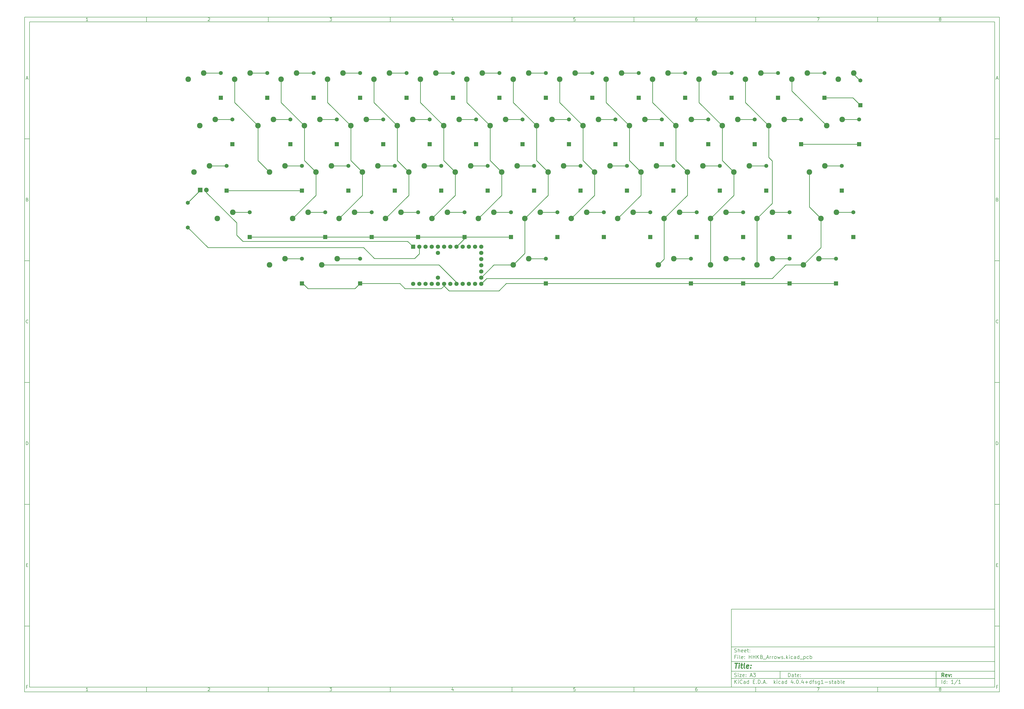
<source format=gbr>
G04 #@! TF.FileFunction,Copper,L1,Top,Signal*
%FSLAX46Y46*%
G04 Gerber Fmt 4.6, Leading zero omitted, Abs format (unit mm)*
G04 Created by KiCad (PCBNEW 4.0.4+dfsg1-stable) date Tue Nov  8 21:14:36 2016*
%MOMM*%
%LPD*%
G01*
G04 APERTURE LIST*
%ADD10C,0.100000*%
%ADD11C,0.150000*%
%ADD12C,0.300000*%
%ADD13C,0.400000*%
%ADD14C,2.286000*%
%ADD15C,1.651000*%
%ADD16R,1.651000X1.651000*%
%ADD17R,1.752600X1.752600*%
%ADD18C,1.752600*%
%ADD19C,1.905000*%
%ADD20R,1.905000X1.905000*%
%ADD21C,0.250000*%
G04 APERTURE END LIST*
D10*
D11*
X299989000Y-253002200D02*
X299989000Y-285002200D01*
X407989000Y-285002200D01*
X407989000Y-253002200D01*
X299989000Y-253002200D01*
D10*
D11*
X10000000Y-10000000D02*
X10000000Y-287002200D01*
X409989000Y-287002200D01*
X409989000Y-10000000D01*
X10000000Y-10000000D01*
D10*
D11*
X12000000Y-12000000D02*
X12000000Y-285002200D01*
X407989000Y-285002200D01*
X407989000Y-12000000D01*
X12000000Y-12000000D01*
D10*
D11*
X60000000Y-12000000D02*
X60000000Y-10000000D01*
D10*
D11*
X110000000Y-12000000D02*
X110000000Y-10000000D01*
D10*
D11*
X160000000Y-12000000D02*
X160000000Y-10000000D01*
D10*
D11*
X210000000Y-12000000D02*
X210000000Y-10000000D01*
D10*
D11*
X260000000Y-12000000D02*
X260000000Y-10000000D01*
D10*
D11*
X310000000Y-12000000D02*
X310000000Y-10000000D01*
D10*
D11*
X360000000Y-12000000D02*
X360000000Y-10000000D01*
D10*
D11*
X35990476Y-11588095D02*
X35247619Y-11588095D01*
X35619048Y-11588095D02*
X35619048Y-10288095D01*
X35495238Y-10473810D01*
X35371429Y-10597619D01*
X35247619Y-10659524D01*
D10*
D11*
X85247619Y-10411905D02*
X85309524Y-10350000D01*
X85433333Y-10288095D01*
X85742857Y-10288095D01*
X85866667Y-10350000D01*
X85928571Y-10411905D01*
X85990476Y-10535714D01*
X85990476Y-10659524D01*
X85928571Y-10845238D01*
X85185714Y-11588095D01*
X85990476Y-11588095D01*
D10*
D11*
X135185714Y-10288095D02*
X135990476Y-10288095D01*
X135557143Y-10783333D01*
X135742857Y-10783333D01*
X135866667Y-10845238D01*
X135928571Y-10907143D01*
X135990476Y-11030952D01*
X135990476Y-11340476D01*
X135928571Y-11464286D01*
X135866667Y-11526190D01*
X135742857Y-11588095D01*
X135371429Y-11588095D01*
X135247619Y-11526190D01*
X135185714Y-11464286D01*
D10*
D11*
X185866667Y-10721429D02*
X185866667Y-11588095D01*
X185557143Y-10226190D02*
X185247619Y-11154762D01*
X186052381Y-11154762D01*
D10*
D11*
X235928571Y-10288095D02*
X235309524Y-10288095D01*
X235247619Y-10907143D01*
X235309524Y-10845238D01*
X235433333Y-10783333D01*
X235742857Y-10783333D01*
X235866667Y-10845238D01*
X235928571Y-10907143D01*
X235990476Y-11030952D01*
X235990476Y-11340476D01*
X235928571Y-11464286D01*
X235866667Y-11526190D01*
X235742857Y-11588095D01*
X235433333Y-11588095D01*
X235309524Y-11526190D01*
X235247619Y-11464286D01*
D10*
D11*
X285866667Y-10288095D02*
X285619048Y-10288095D01*
X285495238Y-10350000D01*
X285433333Y-10411905D01*
X285309524Y-10597619D01*
X285247619Y-10845238D01*
X285247619Y-11340476D01*
X285309524Y-11464286D01*
X285371429Y-11526190D01*
X285495238Y-11588095D01*
X285742857Y-11588095D01*
X285866667Y-11526190D01*
X285928571Y-11464286D01*
X285990476Y-11340476D01*
X285990476Y-11030952D01*
X285928571Y-10907143D01*
X285866667Y-10845238D01*
X285742857Y-10783333D01*
X285495238Y-10783333D01*
X285371429Y-10845238D01*
X285309524Y-10907143D01*
X285247619Y-11030952D01*
D10*
D11*
X335185714Y-10288095D02*
X336052381Y-10288095D01*
X335495238Y-11588095D01*
D10*
D11*
X385495238Y-10845238D02*
X385371429Y-10783333D01*
X385309524Y-10721429D01*
X385247619Y-10597619D01*
X385247619Y-10535714D01*
X385309524Y-10411905D01*
X385371429Y-10350000D01*
X385495238Y-10288095D01*
X385742857Y-10288095D01*
X385866667Y-10350000D01*
X385928571Y-10411905D01*
X385990476Y-10535714D01*
X385990476Y-10597619D01*
X385928571Y-10721429D01*
X385866667Y-10783333D01*
X385742857Y-10845238D01*
X385495238Y-10845238D01*
X385371429Y-10907143D01*
X385309524Y-10969048D01*
X385247619Y-11092857D01*
X385247619Y-11340476D01*
X385309524Y-11464286D01*
X385371429Y-11526190D01*
X385495238Y-11588095D01*
X385742857Y-11588095D01*
X385866667Y-11526190D01*
X385928571Y-11464286D01*
X385990476Y-11340476D01*
X385990476Y-11092857D01*
X385928571Y-10969048D01*
X385866667Y-10907143D01*
X385742857Y-10845238D01*
D10*
D11*
X60000000Y-285002200D02*
X60000000Y-287002200D01*
D10*
D11*
X110000000Y-285002200D02*
X110000000Y-287002200D01*
D10*
D11*
X160000000Y-285002200D02*
X160000000Y-287002200D01*
D10*
D11*
X210000000Y-285002200D02*
X210000000Y-287002200D01*
D10*
D11*
X260000000Y-285002200D02*
X260000000Y-287002200D01*
D10*
D11*
X310000000Y-285002200D02*
X310000000Y-287002200D01*
D10*
D11*
X360000000Y-285002200D02*
X360000000Y-287002200D01*
D10*
D11*
X35990476Y-286590295D02*
X35247619Y-286590295D01*
X35619048Y-286590295D02*
X35619048Y-285290295D01*
X35495238Y-285476010D01*
X35371429Y-285599819D01*
X35247619Y-285661724D01*
D10*
D11*
X85247619Y-285414105D02*
X85309524Y-285352200D01*
X85433333Y-285290295D01*
X85742857Y-285290295D01*
X85866667Y-285352200D01*
X85928571Y-285414105D01*
X85990476Y-285537914D01*
X85990476Y-285661724D01*
X85928571Y-285847438D01*
X85185714Y-286590295D01*
X85990476Y-286590295D01*
D10*
D11*
X135185714Y-285290295D02*
X135990476Y-285290295D01*
X135557143Y-285785533D01*
X135742857Y-285785533D01*
X135866667Y-285847438D01*
X135928571Y-285909343D01*
X135990476Y-286033152D01*
X135990476Y-286342676D01*
X135928571Y-286466486D01*
X135866667Y-286528390D01*
X135742857Y-286590295D01*
X135371429Y-286590295D01*
X135247619Y-286528390D01*
X135185714Y-286466486D01*
D10*
D11*
X185866667Y-285723629D02*
X185866667Y-286590295D01*
X185557143Y-285228390D02*
X185247619Y-286156962D01*
X186052381Y-286156962D01*
D10*
D11*
X235928571Y-285290295D02*
X235309524Y-285290295D01*
X235247619Y-285909343D01*
X235309524Y-285847438D01*
X235433333Y-285785533D01*
X235742857Y-285785533D01*
X235866667Y-285847438D01*
X235928571Y-285909343D01*
X235990476Y-286033152D01*
X235990476Y-286342676D01*
X235928571Y-286466486D01*
X235866667Y-286528390D01*
X235742857Y-286590295D01*
X235433333Y-286590295D01*
X235309524Y-286528390D01*
X235247619Y-286466486D01*
D10*
D11*
X285866667Y-285290295D02*
X285619048Y-285290295D01*
X285495238Y-285352200D01*
X285433333Y-285414105D01*
X285309524Y-285599819D01*
X285247619Y-285847438D01*
X285247619Y-286342676D01*
X285309524Y-286466486D01*
X285371429Y-286528390D01*
X285495238Y-286590295D01*
X285742857Y-286590295D01*
X285866667Y-286528390D01*
X285928571Y-286466486D01*
X285990476Y-286342676D01*
X285990476Y-286033152D01*
X285928571Y-285909343D01*
X285866667Y-285847438D01*
X285742857Y-285785533D01*
X285495238Y-285785533D01*
X285371429Y-285847438D01*
X285309524Y-285909343D01*
X285247619Y-286033152D01*
D10*
D11*
X335185714Y-285290295D02*
X336052381Y-285290295D01*
X335495238Y-286590295D01*
D10*
D11*
X385495238Y-285847438D02*
X385371429Y-285785533D01*
X385309524Y-285723629D01*
X385247619Y-285599819D01*
X385247619Y-285537914D01*
X385309524Y-285414105D01*
X385371429Y-285352200D01*
X385495238Y-285290295D01*
X385742857Y-285290295D01*
X385866667Y-285352200D01*
X385928571Y-285414105D01*
X385990476Y-285537914D01*
X385990476Y-285599819D01*
X385928571Y-285723629D01*
X385866667Y-285785533D01*
X385742857Y-285847438D01*
X385495238Y-285847438D01*
X385371429Y-285909343D01*
X385309524Y-285971248D01*
X385247619Y-286095057D01*
X385247619Y-286342676D01*
X385309524Y-286466486D01*
X385371429Y-286528390D01*
X385495238Y-286590295D01*
X385742857Y-286590295D01*
X385866667Y-286528390D01*
X385928571Y-286466486D01*
X385990476Y-286342676D01*
X385990476Y-286095057D01*
X385928571Y-285971248D01*
X385866667Y-285909343D01*
X385742857Y-285847438D01*
D10*
D11*
X10000000Y-60000000D02*
X12000000Y-60000000D01*
D10*
D11*
X10000000Y-110000000D02*
X12000000Y-110000000D01*
D10*
D11*
X10000000Y-160000000D02*
X12000000Y-160000000D01*
D10*
D11*
X10000000Y-210000000D02*
X12000000Y-210000000D01*
D10*
D11*
X10000000Y-260000000D02*
X12000000Y-260000000D01*
D10*
D11*
X10690476Y-35216667D02*
X11309524Y-35216667D01*
X10566667Y-35588095D02*
X11000000Y-34288095D01*
X11433333Y-35588095D01*
D10*
D11*
X11092857Y-84907143D02*
X11278571Y-84969048D01*
X11340476Y-85030952D01*
X11402381Y-85154762D01*
X11402381Y-85340476D01*
X11340476Y-85464286D01*
X11278571Y-85526190D01*
X11154762Y-85588095D01*
X10659524Y-85588095D01*
X10659524Y-84288095D01*
X11092857Y-84288095D01*
X11216667Y-84350000D01*
X11278571Y-84411905D01*
X11340476Y-84535714D01*
X11340476Y-84659524D01*
X11278571Y-84783333D01*
X11216667Y-84845238D01*
X11092857Y-84907143D01*
X10659524Y-84907143D01*
D10*
D11*
X11402381Y-135464286D02*
X11340476Y-135526190D01*
X11154762Y-135588095D01*
X11030952Y-135588095D01*
X10845238Y-135526190D01*
X10721429Y-135402381D01*
X10659524Y-135278571D01*
X10597619Y-135030952D01*
X10597619Y-134845238D01*
X10659524Y-134597619D01*
X10721429Y-134473810D01*
X10845238Y-134350000D01*
X11030952Y-134288095D01*
X11154762Y-134288095D01*
X11340476Y-134350000D01*
X11402381Y-134411905D01*
D10*
D11*
X10659524Y-185588095D02*
X10659524Y-184288095D01*
X10969048Y-184288095D01*
X11154762Y-184350000D01*
X11278571Y-184473810D01*
X11340476Y-184597619D01*
X11402381Y-184845238D01*
X11402381Y-185030952D01*
X11340476Y-185278571D01*
X11278571Y-185402381D01*
X11154762Y-185526190D01*
X10969048Y-185588095D01*
X10659524Y-185588095D01*
D10*
D11*
X10721429Y-234907143D02*
X11154762Y-234907143D01*
X11340476Y-235588095D02*
X10721429Y-235588095D01*
X10721429Y-234288095D01*
X11340476Y-234288095D01*
D10*
D11*
X11185714Y-284907143D02*
X10752381Y-284907143D01*
X10752381Y-285588095D02*
X10752381Y-284288095D01*
X11371428Y-284288095D01*
D10*
D11*
X409989000Y-60000000D02*
X407989000Y-60000000D01*
D10*
D11*
X409989000Y-110000000D02*
X407989000Y-110000000D01*
D10*
D11*
X409989000Y-160000000D02*
X407989000Y-160000000D01*
D10*
D11*
X409989000Y-210000000D02*
X407989000Y-210000000D01*
D10*
D11*
X409989000Y-260000000D02*
X407989000Y-260000000D01*
D10*
D11*
X408679476Y-35216667D02*
X409298524Y-35216667D01*
X408555667Y-35588095D02*
X408989000Y-34288095D01*
X409422333Y-35588095D01*
D10*
D11*
X409081857Y-84907143D02*
X409267571Y-84969048D01*
X409329476Y-85030952D01*
X409391381Y-85154762D01*
X409391381Y-85340476D01*
X409329476Y-85464286D01*
X409267571Y-85526190D01*
X409143762Y-85588095D01*
X408648524Y-85588095D01*
X408648524Y-84288095D01*
X409081857Y-84288095D01*
X409205667Y-84350000D01*
X409267571Y-84411905D01*
X409329476Y-84535714D01*
X409329476Y-84659524D01*
X409267571Y-84783333D01*
X409205667Y-84845238D01*
X409081857Y-84907143D01*
X408648524Y-84907143D01*
D10*
D11*
X409391381Y-135464286D02*
X409329476Y-135526190D01*
X409143762Y-135588095D01*
X409019952Y-135588095D01*
X408834238Y-135526190D01*
X408710429Y-135402381D01*
X408648524Y-135278571D01*
X408586619Y-135030952D01*
X408586619Y-134845238D01*
X408648524Y-134597619D01*
X408710429Y-134473810D01*
X408834238Y-134350000D01*
X409019952Y-134288095D01*
X409143762Y-134288095D01*
X409329476Y-134350000D01*
X409391381Y-134411905D01*
D10*
D11*
X408648524Y-185588095D02*
X408648524Y-184288095D01*
X408958048Y-184288095D01*
X409143762Y-184350000D01*
X409267571Y-184473810D01*
X409329476Y-184597619D01*
X409391381Y-184845238D01*
X409391381Y-185030952D01*
X409329476Y-185278571D01*
X409267571Y-185402381D01*
X409143762Y-185526190D01*
X408958048Y-185588095D01*
X408648524Y-185588095D01*
D10*
D11*
X408710429Y-234907143D02*
X409143762Y-234907143D01*
X409329476Y-235588095D02*
X408710429Y-235588095D01*
X408710429Y-234288095D01*
X409329476Y-234288095D01*
D10*
D11*
X409174714Y-284907143D02*
X408741381Y-284907143D01*
X408741381Y-285588095D02*
X408741381Y-284288095D01*
X409360428Y-284288095D01*
D10*
D11*
X323346143Y-280780771D02*
X323346143Y-279280771D01*
X323703286Y-279280771D01*
X323917571Y-279352200D01*
X324060429Y-279495057D01*
X324131857Y-279637914D01*
X324203286Y-279923629D01*
X324203286Y-280137914D01*
X324131857Y-280423629D01*
X324060429Y-280566486D01*
X323917571Y-280709343D01*
X323703286Y-280780771D01*
X323346143Y-280780771D01*
X325489000Y-280780771D02*
X325489000Y-279995057D01*
X325417571Y-279852200D01*
X325274714Y-279780771D01*
X324989000Y-279780771D01*
X324846143Y-279852200D01*
X325489000Y-280709343D02*
X325346143Y-280780771D01*
X324989000Y-280780771D01*
X324846143Y-280709343D01*
X324774714Y-280566486D01*
X324774714Y-280423629D01*
X324846143Y-280280771D01*
X324989000Y-280209343D01*
X325346143Y-280209343D01*
X325489000Y-280137914D01*
X325989000Y-279780771D02*
X326560429Y-279780771D01*
X326203286Y-279280771D02*
X326203286Y-280566486D01*
X326274714Y-280709343D01*
X326417572Y-280780771D01*
X326560429Y-280780771D01*
X327631857Y-280709343D02*
X327489000Y-280780771D01*
X327203286Y-280780771D01*
X327060429Y-280709343D01*
X326989000Y-280566486D01*
X326989000Y-279995057D01*
X327060429Y-279852200D01*
X327203286Y-279780771D01*
X327489000Y-279780771D01*
X327631857Y-279852200D01*
X327703286Y-279995057D01*
X327703286Y-280137914D01*
X326989000Y-280280771D01*
X328346143Y-280637914D02*
X328417571Y-280709343D01*
X328346143Y-280780771D01*
X328274714Y-280709343D01*
X328346143Y-280637914D01*
X328346143Y-280780771D01*
X328346143Y-279852200D02*
X328417571Y-279923629D01*
X328346143Y-279995057D01*
X328274714Y-279923629D01*
X328346143Y-279852200D01*
X328346143Y-279995057D01*
D10*
D11*
X299989000Y-281502200D02*
X407989000Y-281502200D01*
D10*
D11*
X301346143Y-283580771D02*
X301346143Y-282080771D01*
X302203286Y-283580771D02*
X301560429Y-282723629D01*
X302203286Y-282080771D02*
X301346143Y-282937914D01*
X302846143Y-283580771D02*
X302846143Y-282580771D01*
X302846143Y-282080771D02*
X302774714Y-282152200D01*
X302846143Y-282223629D01*
X302917571Y-282152200D01*
X302846143Y-282080771D01*
X302846143Y-282223629D01*
X304417572Y-283437914D02*
X304346143Y-283509343D01*
X304131857Y-283580771D01*
X303989000Y-283580771D01*
X303774715Y-283509343D01*
X303631857Y-283366486D01*
X303560429Y-283223629D01*
X303489000Y-282937914D01*
X303489000Y-282723629D01*
X303560429Y-282437914D01*
X303631857Y-282295057D01*
X303774715Y-282152200D01*
X303989000Y-282080771D01*
X304131857Y-282080771D01*
X304346143Y-282152200D01*
X304417572Y-282223629D01*
X305703286Y-283580771D02*
X305703286Y-282795057D01*
X305631857Y-282652200D01*
X305489000Y-282580771D01*
X305203286Y-282580771D01*
X305060429Y-282652200D01*
X305703286Y-283509343D02*
X305560429Y-283580771D01*
X305203286Y-283580771D01*
X305060429Y-283509343D01*
X304989000Y-283366486D01*
X304989000Y-283223629D01*
X305060429Y-283080771D01*
X305203286Y-283009343D01*
X305560429Y-283009343D01*
X305703286Y-282937914D01*
X307060429Y-283580771D02*
X307060429Y-282080771D01*
X307060429Y-283509343D02*
X306917572Y-283580771D01*
X306631858Y-283580771D01*
X306489000Y-283509343D01*
X306417572Y-283437914D01*
X306346143Y-283295057D01*
X306346143Y-282866486D01*
X306417572Y-282723629D01*
X306489000Y-282652200D01*
X306631858Y-282580771D01*
X306917572Y-282580771D01*
X307060429Y-282652200D01*
X308917572Y-282795057D02*
X309417572Y-282795057D01*
X309631858Y-283580771D02*
X308917572Y-283580771D01*
X308917572Y-282080771D01*
X309631858Y-282080771D01*
X310274715Y-283437914D02*
X310346143Y-283509343D01*
X310274715Y-283580771D01*
X310203286Y-283509343D01*
X310274715Y-283437914D01*
X310274715Y-283580771D01*
X310989001Y-283580771D02*
X310989001Y-282080771D01*
X311346144Y-282080771D01*
X311560429Y-282152200D01*
X311703287Y-282295057D01*
X311774715Y-282437914D01*
X311846144Y-282723629D01*
X311846144Y-282937914D01*
X311774715Y-283223629D01*
X311703287Y-283366486D01*
X311560429Y-283509343D01*
X311346144Y-283580771D01*
X310989001Y-283580771D01*
X312489001Y-283437914D02*
X312560429Y-283509343D01*
X312489001Y-283580771D01*
X312417572Y-283509343D01*
X312489001Y-283437914D01*
X312489001Y-283580771D01*
X313131858Y-283152200D02*
X313846144Y-283152200D01*
X312989001Y-283580771D02*
X313489001Y-282080771D01*
X313989001Y-283580771D01*
X314489001Y-283437914D02*
X314560429Y-283509343D01*
X314489001Y-283580771D01*
X314417572Y-283509343D01*
X314489001Y-283437914D01*
X314489001Y-283580771D01*
X317489001Y-283580771D02*
X317489001Y-282080771D01*
X317631858Y-283009343D02*
X318060429Y-283580771D01*
X318060429Y-282580771D02*
X317489001Y-283152200D01*
X318703287Y-283580771D02*
X318703287Y-282580771D01*
X318703287Y-282080771D02*
X318631858Y-282152200D01*
X318703287Y-282223629D01*
X318774715Y-282152200D01*
X318703287Y-282080771D01*
X318703287Y-282223629D01*
X320060430Y-283509343D02*
X319917573Y-283580771D01*
X319631859Y-283580771D01*
X319489001Y-283509343D01*
X319417573Y-283437914D01*
X319346144Y-283295057D01*
X319346144Y-282866486D01*
X319417573Y-282723629D01*
X319489001Y-282652200D01*
X319631859Y-282580771D01*
X319917573Y-282580771D01*
X320060430Y-282652200D01*
X321346144Y-283580771D02*
X321346144Y-282795057D01*
X321274715Y-282652200D01*
X321131858Y-282580771D01*
X320846144Y-282580771D01*
X320703287Y-282652200D01*
X321346144Y-283509343D02*
X321203287Y-283580771D01*
X320846144Y-283580771D01*
X320703287Y-283509343D01*
X320631858Y-283366486D01*
X320631858Y-283223629D01*
X320703287Y-283080771D01*
X320846144Y-283009343D01*
X321203287Y-283009343D01*
X321346144Y-282937914D01*
X322703287Y-283580771D02*
X322703287Y-282080771D01*
X322703287Y-283509343D02*
X322560430Y-283580771D01*
X322274716Y-283580771D01*
X322131858Y-283509343D01*
X322060430Y-283437914D01*
X321989001Y-283295057D01*
X321989001Y-282866486D01*
X322060430Y-282723629D01*
X322131858Y-282652200D01*
X322274716Y-282580771D01*
X322560430Y-282580771D01*
X322703287Y-282652200D01*
X325203287Y-282580771D02*
X325203287Y-283580771D01*
X324846144Y-282009343D02*
X324489001Y-283080771D01*
X325417573Y-283080771D01*
X325989001Y-283437914D02*
X326060429Y-283509343D01*
X325989001Y-283580771D01*
X325917572Y-283509343D01*
X325989001Y-283437914D01*
X325989001Y-283580771D01*
X326989001Y-282080771D02*
X327131858Y-282080771D01*
X327274715Y-282152200D01*
X327346144Y-282223629D01*
X327417573Y-282366486D01*
X327489001Y-282652200D01*
X327489001Y-283009343D01*
X327417573Y-283295057D01*
X327346144Y-283437914D01*
X327274715Y-283509343D01*
X327131858Y-283580771D01*
X326989001Y-283580771D01*
X326846144Y-283509343D01*
X326774715Y-283437914D01*
X326703287Y-283295057D01*
X326631858Y-283009343D01*
X326631858Y-282652200D01*
X326703287Y-282366486D01*
X326774715Y-282223629D01*
X326846144Y-282152200D01*
X326989001Y-282080771D01*
X328131858Y-283437914D02*
X328203286Y-283509343D01*
X328131858Y-283580771D01*
X328060429Y-283509343D01*
X328131858Y-283437914D01*
X328131858Y-283580771D01*
X329489001Y-282580771D02*
X329489001Y-283580771D01*
X329131858Y-282009343D02*
X328774715Y-283080771D01*
X329703287Y-283080771D01*
X330274715Y-283009343D02*
X331417572Y-283009343D01*
X330846143Y-283580771D02*
X330846143Y-282437914D01*
X332774715Y-283580771D02*
X332774715Y-282080771D01*
X332774715Y-283509343D02*
X332631858Y-283580771D01*
X332346144Y-283580771D01*
X332203286Y-283509343D01*
X332131858Y-283437914D01*
X332060429Y-283295057D01*
X332060429Y-282866486D01*
X332131858Y-282723629D01*
X332203286Y-282652200D01*
X332346144Y-282580771D01*
X332631858Y-282580771D01*
X332774715Y-282652200D01*
X333274715Y-282580771D02*
X333846144Y-282580771D01*
X333489001Y-283580771D02*
X333489001Y-282295057D01*
X333560429Y-282152200D01*
X333703287Y-282080771D01*
X333846144Y-282080771D01*
X334274715Y-283509343D02*
X334417572Y-283580771D01*
X334703287Y-283580771D01*
X334846144Y-283509343D01*
X334917572Y-283366486D01*
X334917572Y-283295057D01*
X334846144Y-283152200D01*
X334703287Y-283080771D01*
X334489001Y-283080771D01*
X334346144Y-283009343D01*
X334274715Y-282866486D01*
X334274715Y-282795057D01*
X334346144Y-282652200D01*
X334489001Y-282580771D01*
X334703287Y-282580771D01*
X334846144Y-282652200D01*
X336203287Y-282580771D02*
X336203287Y-283795057D01*
X336131858Y-283937914D01*
X336060430Y-284009343D01*
X335917573Y-284080771D01*
X335703287Y-284080771D01*
X335560430Y-284009343D01*
X336203287Y-283509343D02*
X336060430Y-283580771D01*
X335774716Y-283580771D01*
X335631858Y-283509343D01*
X335560430Y-283437914D01*
X335489001Y-283295057D01*
X335489001Y-282866486D01*
X335560430Y-282723629D01*
X335631858Y-282652200D01*
X335774716Y-282580771D01*
X336060430Y-282580771D01*
X336203287Y-282652200D01*
X337703287Y-283580771D02*
X336846144Y-283580771D01*
X337274716Y-283580771D02*
X337274716Y-282080771D01*
X337131859Y-282295057D01*
X336989001Y-282437914D01*
X336846144Y-282509343D01*
X338346144Y-283009343D02*
X339489001Y-283009343D01*
X340131858Y-283509343D02*
X340274715Y-283580771D01*
X340560430Y-283580771D01*
X340703287Y-283509343D01*
X340774715Y-283366486D01*
X340774715Y-283295057D01*
X340703287Y-283152200D01*
X340560430Y-283080771D01*
X340346144Y-283080771D01*
X340203287Y-283009343D01*
X340131858Y-282866486D01*
X340131858Y-282795057D01*
X340203287Y-282652200D01*
X340346144Y-282580771D01*
X340560430Y-282580771D01*
X340703287Y-282652200D01*
X341203287Y-282580771D02*
X341774716Y-282580771D01*
X341417573Y-282080771D02*
X341417573Y-283366486D01*
X341489001Y-283509343D01*
X341631859Y-283580771D01*
X341774716Y-283580771D01*
X342917573Y-283580771D02*
X342917573Y-282795057D01*
X342846144Y-282652200D01*
X342703287Y-282580771D01*
X342417573Y-282580771D01*
X342274716Y-282652200D01*
X342917573Y-283509343D02*
X342774716Y-283580771D01*
X342417573Y-283580771D01*
X342274716Y-283509343D01*
X342203287Y-283366486D01*
X342203287Y-283223629D01*
X342274716Y-283080771D01*
X342417573Y-283009343D01*
X342774716Y-283009343D01*
X342917573Y-282937914D01*
X343631859Y-283580771D02*
X343631859Y-282080771D01*
X343631859Y-282652200D02*
X343774716Y-282580771D01*
X344060430Y-282580771D01*
X344203287Y-282652200D01*
X344274716Y-282723629D01*
X344346145Y-282866486D01*
X344346145Y-283295057D01*
X344274716Y-283437914D01*
X344203287Y-283509343D01*
X344060430Y-283580771D01*
X343774716Y-283580771D01*
X343631859Y-283509343D01*
X345203288Y-283580771D02*
X345060430Y-283509343D01*
X344989002Y-283366486D01*
X344989002Y-282080771D01*
X346346144Y-283509343D02*
X346203287Y-283580771D01*
X345917573Y-283580771D01*
X345774716Y-283509343D01*
X345703287Y-283366486D01*
X345703287Y-282795057D01*
X345774716Y-282652200D01*
X345917573Y-282580771D01*
X346203287Y-282580771D01*
X346346144Y-282652200D01*
X346417573Y-282795057D01*
X346417573Y-282937914D01*
X345703287Y-283080771D01*
D10*
D11*
X299989000Y-278502200D02*
X407989000Y-278502200D01*
D10*
D12*
X387203286Y-280780771D02*
X386703286Y-280066486D01*
X386346143Y-280780771D02*
X386346143Y-279280771D01*
X386917571Y-279280771D01*
X387060429Y-279352200D01*
X387131857Y-279423629D01*
X387203286Y-279566486D01*
X387203286Y-279780771D01*
X387131857Y-279923629D01*
X387060429Y-279995057D01*
X386917571Y-280066486D01*
X386346143Y-280066486D01*
X388417571Y-280709343D02*
X388274714Y-280780771D01*
X387989000Y-280780771D01*
X387846143Y-280709343D01*
X387774714Y-280566486D01*
X387774714Y-279995057D01*
X387846143Y-279852200D01*
X387989000Y-279780771D01*
X388274714Y-279780771D01*
X388417571Y-279852200D01*
X388489000Y-279995057D01*
X388489000Y-280137914D01*
X387774714Y-280280771D01*
X388989000Y-279780771D02*
X389346143Y-280780771D01*
X389703285Y-279780771D01*
X390274714Y-280637914D02*
X390346142Y-280709343D01*
X390274714Y-280780771D01*
X390203285Y-280709343D01*
X390274714Y-280637914D01*
X390274714Y-280780771D01*
X390274714Y-279852200D02*
X390346142Y-279923629D01*
X390274714Y-279995057D01*
X390203285Y-279923629D01*
X390274714Y-279852200D01*
X390274714Y-279995057D01*
D10*
D11*
X301274714Y-280709343D02*
X301489000Y-280780771D01*
X301846143Y-280780771D01*
X301989000Y-280709343D01*
X302060429Y-280637914D01*
X302131857Y-280495057D01*
X302131857Y-280352200D01*
X302060429Y-280209343D01*
X301989000Y-280137914D01*
X301846143Y-280066486D01*
X301560429Y-279995057D01*
X301417571Y-279923629D01*
X301346143Y-279852200D01*
X301274714Y-279709343D01*
X301274714Y-279566486D01*
X301346143Y-279423629D01*
X301417571Y-279352200D01*
X301560429Y-279280771D01*
X301917571Y-279280771D01*
X302131857Y-279352200D01*
X302774714Y-280780771D02*
X302774714Y-279780771D01*
X302774714Y-279280771D02*
X302703285Y-279352200D01*
X302774714Y-279423629D01*
X302846142Y-279352200D01*
X302774714Y-279280771D01*
X302774714Y-279423629D01*
X303346143Y-279780771D02*
X304131857Y-279780771D01*
X303346143Y-280780771D01*
X304131857Y-280780771D01*
X305274714Y-280709343D02*
X305131857Y-280780771D01*
X304846143Y-280780771D01*
X304703286Y-280709343D01*
X304631857Y-280566486D01*
X304631857Y-279995057D01*
X304703286Y-279852200D01*
X304846143Y-279780771D01*
X305131857Y-279780771D01*
X305274714Y-279852200D01*
X305346143Y-279995057D01*
X305346143Y-280137914D01*
X304631857Y-280280771D01*
X305989000Y-280637914D02*
X306060428Y-280709343D01*
X305989000Y-280780771D01*
X305917571Y-280709343D01*
X305989000Y-280637914D01*
X305989000Y-280780771D01*
X305989000Y-279852200D02*
X306060428Y-279923629D01*
X305989000Y-279995057D01*
X305917571Y-279923629D01*
X305989000Y-279852200D01*
X305989000Y-279995057D01*
X307774714Y-280352200D02*
X308489000Y-280352200D01*
X307631857Y-280780771D02*
X308131857Y-279280771D01*
X308631857Y-280780771D01*
X308989000Y-279280771D02*
X309917571Y-279280771D01*
X309417571Y-279852200D01*
X309631857Y-279852200D01*
X309774714Y-279923629D01*
X309846143Y-279995057D01*
X309917571Y-280137914D01*
X309917571Y-280495057D01*
X309846143Y-280637914D01*
X309774714Y-280709343D01*
X309631857Y-280780771D01*
X309203285Y-280780771D01*
X309060428Y-280709343D01*
X308989000Y-280637914D01*
D10*
D11*
X386346143Y-283580771D02*
X386346143Y-282080771D01*
X387703286Y-283580771D02*
X387703286Y-282080771D01*
X387703286Y-283509343D02*
X387560429Y-283580771D01*
X387274715Y-283580771D01*
X387131857Y-283509343D01*
X387060429Y-283437914D01*
X386989000Y-283295057D01*
X386989000Y-282866486D01*
X387060429Y-282723629D01*
X387131857Y-282652200D01*
X387274715Y-282580771D01*
X387560429Y-282580771D01*
X387703286Y-282652200D01*
X388417572Y-283437914D02*
X388489000Y-283509343D01*
X388417572Y-283580771D01*
X388346143Y-283509343D01*
X388417572Y-283437914D01*
X388417572Y-283580771D01*
X388417572Y-282652200D02*
X388489000Y-282723629D01*
X388417572Y-282795057D01*
X388346143Y-282723629D01*
X388417572Y-282652200D01*
X388417572Y-282795057D01*
X391060429Y-283580771D02*
X390203286Y-283580771D01*
X390631858Y-283580771D02*
X390631858Y-282080771D01*
X390489001Y-282295057D01*
X390346143Y-282437914D01*
X390203286Y-282509343D01*
X392774714Y-282009343D02*
X391489000Y-283937914D01*
X394060429Y-283580771D02*
X393203286Y-283580771D01*
X393631858Y-283580771D02*
X393631858Y-282080771D01*
X393489001Y-282295057D01*
X393346143Y-282437914D01*
X393203286Y-282509343D01*
D10*
D11*
X299989000Y-274502200D02*
X407989000Y-274502200D01*
D10*
D13*
X301441381Y-275206962D02*
X302584238Y-275206962D01*
X301762810Y-277206962D02*
X302012810Y-275206962D01*
X303000905Y-277206962D02*
X303167571Y-275873629D01*
X303250905Y-275206962D02*
X303143762Y-275302200D01*
X303227095Y-275397438D01*
X303334239Y-275302200D01*
X303250905Y-275206962D01*
X303227095Y-275397438D01*
X303834238Y-275873629D02*
X304596143Y-275873629D01*
X304203286Y-275206962D02*
X303989000Y-276921248D01*
X304060430Y-277111724D01*
X304239001Y-277206962D01*
X304429477Y-277206962D01*
X305381858Y-277206962D02*
X305203287Y-277111724D01*
X305131857Y-276921248D01*
X305346143Y-275206962D01*
X306917572Y-277111724D02*
X306715191Y-277206962D01*
X306334239Y-277206962D01*
X306155667Y-277111724D01*
X306084238Y-276921248D01*
X306179476Y-276159343D01*
X306298524Y-275968867D01*
X306500905Y-275873629D01*
X306881857Y-275873629D01*
X307060429Y-275968867D01*
X307131857Y-276159343D01*
X307108048Y-276349819D01*
X306131857Y-276540295D01*
X307881857Y-277016486D02*
X307965192Y-277111724D01*
X307858048Y-277206962D01*
X307774715Y-277111724D01*
X307881857Y-277016486D01*
X307858048Y-277206962D01*
X308012810Y-275968867D02*
X308096144Y-276064105D01*
X307989000Y-276159343D01*
X307905667Y-276064105D01*
X308012810Y-275968867D01*
X307989000Y-276159343D01*
D10*
D11*
X301846143Y-272595057D02*
X301346143Y-272595057D01*
X301346143Y-273380771D02*
X301346143Y-271880771D01*
X302060429Y-271880771D01*
X302631857Y-273380771D02*
X302631857Y-272380771D01*
X302631857Y-271880771D02*
X302560428Y-271952200D01*
X302631857Y-272023629D01*
X302703285Y-271952200D01*
X302631857Y-271880771D01*
X302631857Y-272023629D01*
X303560429Y-273380771D02*
X303417571Y-273309343D01*
X303346143Y-273166486D01*
X303346143Y-271880771D01*
X304703285Y-273309343D02*
X304560428Y-273380771D01*
X304274714Y-273380771D01*
X304131857Y-273309343D01*
X304060428Y-273166486D01*
X304060428Y-272595057D01*
X304131857Y-272452200D01*
X304274714Y-272380771D01*
X304560428Y-272380771D01*
X304703285Y-272452200D01*
X304774714Y-272595057D01*
X304774714Y-272737914D01*
X304060428Y-272880771D01*
X305417571Y-273237914D02*
X305488999Y-273309343D01*
X305417571Y-273380771D01*
X305346142Y-273309343D01*
X305417571Y-273237914D01*
X305417571Y-273380771D01*
X305417571Y-272452200D02*
X305488999Y-272523629D01*
X305417571Y-272595057D01*
X305346142Y-272523629D01*
X305417571Y-272452200D01*
X305417571Y-272595057D01*
X307274714Y-273380771D02*
X307274714Y-271880771D01*
X307274714Y-272595057D02*
X308131857Y-272595057D01*
X308131857Y-273380771D02*
X308131857Y-271880771D01*
X308846143Y-273380771D02*
X308846143Y-271880771D01*
X308846143Y-272595057D02*
X309703286Y-272595057D01*
X309703286Y-273380771D02*
X309703286Y-271880771D01*
X310417572Y-273380771D02*
X310417572Y-271880771D01*
X311274715Y-273380771D02*
X310631858Y-272523629D01*
X311274715Y-271880771D02*
X310417572Y-272737914D01*
X312417572Y-272595057D02*
X312631858Y-272666486D01*
X312703286Y-272737914D01*
X312774715Y-272880771D01*
X312774715Y-273095057D01*
X312703286Y-273237914D01*
X312631858Y-273309343D01*
X312489000Y-273380771D01*
X311917572Y-273380771D01*
X311917572Y-271880771D01*
X312417572Y-271880771D01*
X312560429Y-271952200D01*
X312631858Y-272023629D01*
X312703286Y-272166486D01*
X312703286Y-272309343D01*
X312631858Y-272452200D01*
X312560429Y-272523629D01*
X312417572Y-272595057D01*
X311917572Y-272595057D01*
X313060429Y-273523629D02*
X314203286Y-273523629D01*
X314489000Y-272952200D02*
X315203286Y-272952200D01*
X314346143Y-273380771D02*
X314846143Y-271880771D01*
X315346143Y-273380771D01*
X315846143Y-273380771D02*
X315846143Y-272380771D01*
X315846143Y-272666486D02*
X315917571Y-272523629D01*
X315989000Y-272452200D01*
X316131857Y-272380771D01*
X316274714Y-272380771D01*
X316774714Y-273380771D02*
X316774714Y-272380771D01*
X316774714Y-272666486D02*
X316846142Y-272523629D01*
X316917571Y-272452200D01*
X317060428Y-272380771D01*
X317203285Y-272380771D01*
X317917571Y-273380771D02*
X317774713Y-273309343D01*
X317703285Y-273237914D01*
X317631856Y-273095057D01*
X317631856Y-272666486D01*
X317703285Y-272523629D01*
X317774713Y-272452200D01*
X317917571Y-272380771D01*
X318131856Y-272380771D01*
X318274713Y-272452200D01*
X318346142Y-272523629D01*
X318417571Y-272666486D01*
X318417571Y-273095057D01*
X318346142Y-273237914D01*
X318274713Y-273309343D01*
X318131856Y-273380771D01*
X317917571Y-273380771D01*
X318917571Y-272380771D02*
X319203285Y-273380771D01*
X319488999Y-272666486D01*
X319774714Y-273380771D01*
X320060428Y-272380771D01*
X320560428Y-273309343D02*
X320703285Y-273380771D01*
X320989000Y-273380771D01*
X321131857Y-273309343D01*
X321203285Y-273166486D01*
X321203285Y-273095057D01*
X321131857Y-272952200D01*
X320989000Y-272880771D01*
X320774714Y-272880771D01*
X320631857Y-272809343D01*
X320560428Y-272666486D01*
X320560428Y-272595057D01*
X320631857Y-272452200D01*
X320774714Y-272380771D01*
X320989000Y-272380771D01*
X321131857Y-272452200D01*
X321846143Y-273237914D02*
X321917571Y-273309343D01*
X321846143Y-273380771D01*
X321774714Y-273309343D01*
X321846143Y-273237914D01*
X321846143Y-273380771D01*
X322560429Y-273380771D02*
X322560429Y-271880771D01*
X322703286Y-272809343D02*
X323131857Y-273380771D01*
X323131857Y-272380771D02*
X322560429Y-272952200D01*
X323774715Y-273380771D02*
X323774715Y-272380771D01*
X323774715Y-271880771D02*
X323703286Y-271952200D01*
X323774715Y-272023629D01*
X323846143Y-271952200D01*
X323774715Y-271880771D01*
X323774715Y-272023629D01*
X325131858Y-273309343D02*
X324989001Y-273380771D01*
X324703287Y-273380771D01*
X324560429Y-273309343D01*
X324489001Y-273237914D01*
X324417572Y-273095057D01*
X324417572Y-272666486D01*
X324489001Y-272523629D01*
X324560429Y-272452200D01*
X324703287Y-272380771D01*
X324989001Y-272380771D01*
X325131858Y-272452200D01*
X326417572Y-273380771D02*
X326417572Y-272595057D01*
X326346143Y-272452200D01*
X326203286Y-272380771D01*
X325917572Y-272380771D01*
X325774715Y-272452200D01*
X326417572Y-273309343D02*
X326274715Y-273380771D01*
X325917572Y-273380771D01*
X325774715Y-273309343D01*
X325703286Y-273166486D01*
X325703286Y-273023629D01*
X325774715Y-272880771D01*
X325917572Y-272809343D01*
X326274715Y-272809343D01*
X326417572Y-272737914D01*
X327774715Y-273380771D02*
X327774715Y-271880771D01*
X327774715Y-273309343D02*
X327631858Y-273380771D01*
X327346144Y-273380771D01*
X327203286Y-273309343D01*
X327131858Y-273237914D01*
X327060429Y-273095057D01*
X327060429Y-272666486D01*
X327131858Y-272523629D01*
X327203286Y-272452200D01*
X327346144Y-272380771D01*
X327631858Y-272380771D01*
X327774715Y-272452200D01*
X328131858Y-273523629D02*
X329274715Y-273523629D01*
X329631858Y-272380771D02*
X329631858Y-273880771D01*
X329631858Y-272452200D02*
X329774715Y-272380771D01*
X330060429Y-272380771D01*
X330203286Y-272452200D01*
X330274715Y-272523629D01*
X330346144Y-272666486D01*
X330346144Y-273095057D01*
X330274715Y-273237914D01*
X330203286Y-273309343D01*
X330060429Y-273380771D01*
X329774715Y-273380771D01*
X329631858Y-273309343D01*
X331631858Y-273309343D02*
X331489001Y-273380771D01*
X331203287Y-273380771D01*
X331060429Y-273309343D01*
X330989001Y-273237914D01*
X330917572Y-273095057D01*
X330917572Y-272666486D01*
X330989001Y-272523629D01*
X331060429Y-272452200D01*
X331203287Y-272380771D01*
X331489001Y-272380771D01*
X331631858Y-272452200D01*
X332274715Y-273380771D02*
X332274715Y-271880771D01*
X332274715Y-272452200D02*
X332417572Y-272380771D01*
X332703286Y-272380771D01*
X332846143Y-272452200D01*
X332917572Y-272523629D01*
X332989001Y-272666486D01*
X332989001Y-273095057D01*
X332917572Y-273237914D01*
X332846143Y-273309343D01*
X332703286Y-273380771D01*
X332417572Y-273380771D01*
X332274715Y-273309343D01*
D10*
D11*
X299989000Y-268502200D02*
X407989000Y-268502200D01*
D10*
D11*
X301274714Y-270609343D02*
X301489000Y-270680771D01*
X301846143Y-270680771D01*
X301989000Y-270609343D01*
X302060429Y-270537914D01*
X302131857Y-270395057D01*
X302131857Y-270252200D01*
X302060429Y-270109343D01*
X301989000Y-270037914D01*
X301846143Y-269966486D01*
X301560429Y-269895057D01*
X301417571Y-269823629D01*
X301346143Y-269752200D01*
X301274714Y-269609343D01*
X301274714Y-269466486D01*
X301346143Y-269323629D01*
X301417571Y-269252200D01*
X301560429Y-269180771D01*
X301917571Y-269180771D01*
X302131857Y-269252200D01*
X302774714Y-270680771D02*
X302774714Y-269180771D01*
X303417571Y-270680771D02*
X303417571Y-269895057D01*
X303346142Y-269752200D01*
X303203285Y-269680771D01*
X302989000Y-269680771D01*
X302846142Y-269752200D01*
X302774714Y-269823629D01*
X304703285Y-270609343D02*
X304560428Y-270680771D01*
X304274714Y-270680771D01*
X304131857Y-270609343D01*
X304060428Y-270466486D01*
X304060428Y-269895057D01*
X304131857Y-269752200D01*
X304274714Y-269680771D01*
X304560428Y-269680771D01*
X304703285Y-269752200D01*
X304774714Y-269895057D01*
X304774714Y-270037914D01*
X304060428Y-270180771D01*
X305988999Y-270609343D02*
X305846142Y-270680771D01*
X305560428Y-270680771D01*
X305417571Y-270609343D01*
X305346142Y-270466486D01*
X305346142Y-269895057D01*
X305417571Y-269752200D01*
X305560428Y-269680771D01*
X305846142Y-269680771D01*
X305988999Y-269752200D01*
X306060428Y-269895057D01*
X306060428Y-270037914D01*
X305346142Y-270180771D01*
X306488999Y-269680771D02*
X307060428Y-269680771D01*
X306703285Y-269180771D02*
X306703285Y-270466486D01*
X306774713Y-270609343D01*
X306917571Y-270680771D01*
X307060428Y-270680771D01*
X307560428Y-270537914D02*
X307631856Y-270609343D01*
X307560428Y-270680771D01*
X307488999Y-270609343D01*
X307560428Y-270537914D01*
X307560428Y-270680771D01*
X307560428Y-269752200D02*
X307631856Y-269823629D01*
X307560428Y-269895057D01*
X307488999Y-269823629D01*
X307560428Y-269752200D01*
X307560428Y-269895057D01*
D10*
D11*
X319989000Y-278502200D02*
X319989000Y-281502200D01*
D10*
D11*
X383989000Y-278502200D02*
X383989000Y-285002200D01*
D14*
X85883750Y-71120000D03*
X79533750Y-73660000D03*
X216852500Y-109220000D03*
X210502500Y-111760000D03*
D15*
X147637500Y-109220000D03*
D16*
X147637500Y-119380000D03*
D14*
X95408750Y-90170000D03*
X89058750Y-92710000D03*
D15*
X342900000Y-109220000D03*
D16*
X342900000Y-119380000D03*
D15*
X323850000Y-109220000D03*
D16*
X323850000Y-119380000D03*
D15*
X304800000Y-109220000D03*
D16*
X304800000Y-119380000D03*
D15*
X283368750Y-109220000D03*
D16*
X283368750Y-119380000D03*
D15*
X223837500Y-109220000D03*
D16*
X223837500Y-119380000D03*
D15*
X123825000Y-109220000D03*
D16*
X123825000Y-119380000D03*
D15*
X285750000Y-90170000D03*
D16*
X285750000Y-100330000D03*
D15*
X350043750Y-90170000D03*
D16*
X350043750Y-100330000D03*
D15*
X323850000Y-90170000D03*
D16*
X323850000Y-100330000D03*
D15*
X304800000Y-90170000D03*
D16*
X304800000Y-100330000D03*
D15*
X266700000Y-90170000D03*
D16*
X266700000Y-100330000D03*
D15*
X247650000Y-90170000D03*
D16*
X247650000Y-100330000D03*
D15*
X228600000Y-90170000D03*
D16*
X228600000Y-100330000D03*
D15*
X209550000Y-90170000D03*
D16*
X209550000Y-100330000D03*
D15*
X190500000Y-90170000D03*
D16*
X190500000Y-100330000D03*
D15*
X171450000Y-90170000D03*
D16*
X171450000Y-100330000D03*
D15*
X152400000Y-90170000D03*
D16*
X152400000Y-100330000D03*
D15*
X133350000Y-90170000D03*
D16*
X133350000Y-100330000D03*
D15*
X102393750Y-90170000D03*
D16*
X102393750Y-100330000D03*
D15*
X345281250Y-71120000D03*
D16*
X345281250Y-81280000D03*
D15*
X314325000Y-71120000D03*
D16*
X314325000Y-81280000D03*
D15*
X295275000Y-71120000D03*
D16*
X295275000Y-81280000D03*
D15*
X276225000Y-71120000D03*
D16*
X276225000Y-81280000D03*
D15*
X257175000Y-71120000D03*
D16*
X257175000Y-81280000D03*
D15*
X238125000Y-71120000D03*
D16*
X238125000Y-81280000D03*
D15*
X219075000Y-71120000D03*
D16*
X219075000Y-81280000D03*
D15*
X200025000Y-71120000D03*
D16*
X200025000Y-81280000D03*
D15*
X180975000Y-71120000D03*
D16*
X180975000Y-81280000D03*
D15*
X161925000Y-71120000D03*
D16*
X161925000Y-81280000D03*
D15*
X142875000Y-71120000D03*
D16*
X142875000Y-81280000D03*
D15*
X123825000Y-71120000D03*
D16*
X123825000Y-81280000D03*
D15*
X92868750Y-71120000D03*
D16*
X92868750Y-81280000D03*
D15*
X352425000Y-52070000D03*
D16*
X352425000Y-62230000D03*
D15*
X328612500Y-52070000D03*
D16*
X328612500Y-62230000D03*
D15*
X309562500Y-52070000D03*
D16*
X309562500Y-62230000D03*
D15*
X290512500Y-52070000D03*
D16*
X290512500Y-62230000D03*
D15*
X271462500Y-52070000D03*
D16*
X271462500Y-62230000D03*
D15*
X252412500Y-52070000D03*
D16*
X252412500Y-62230000D03*
D15*
X233362500Y-52070000D03*
D16*
X233362500Y-62230000D03*
D15*
X214312500Y-52070000D03*
D16*
X214312500Y-62230000D03*
D15*
X195262500Y-52070000D03*
D16*
X195262500Y-62230000D03*
D15*
X176212500Y-52070000D03*
D16*
X176212500Y-62230000D03*
D15*
X157162500Y-52070000D03*
D16*
X157162500Y-62230000D03*
D15*
X138112500Y-52070000D03*
D16*
X138112500Y-62230000D03*
D15*
X119062500Y-52070000D03*
D16*
X119062500Y-62230000D03*
D15*
X95250000Y-52070000D03*
D16*
X95250000Y-62230000D03*
D15*
X352901250Y-36036250D03*
D16*
X352901250Y-46196250D03*
D15*
X338137500Y-33020000D03*
D16*
X338137500Y-43180000D03*
D15*
X319087500Y-33020000D03*
D16*
X319087500Y-43180000D03*
D15*
X300037500Y-33020000D03*
D16*
X300037500Y-43180000D03*
D15*
X280987500Y-33020000D03*
D16*
X280987500Y-43180000D03*
D15*
X261937500Y-33020000D03*
D16*
X261937500Y-43180000D03*
D15*
X242887500Y-33020000D03*
D16*
X242887500Y-43180000D03*
D15*
X223837500Y-33020000D03*
D16*
X223837500Y-43180000D03*
D15*
X204787500Y-33020000D03*
D16*
X204787500Y-43180000D03*
D15*
X185737500Y-33020000D03*
D16*
X185737500Y-43180000D03*
D15*
X166687500Y-33020000D03*
D16*
X166687500Y-43180000D03*
D15*
X147637500Y-33020000D03*
D16*
X147637500Y-43180000D03*
D15*
X128587500Y-33020000D03*
D16*
X128587500Y-43180000D03*
D15*
X109537500Y-33020000D03*
D16*
X109537500Y-43180000D03*
D15*
X90487500Y-33020000D03*
D16*
X90487500Y-43180000D03*
D17*
X169386250Y-104298750D03*
D18*
X171926250Y-104298750D03*
X174466250Y-104298750D03*
X177006250Y-104298750D03*
X179546250Y-104298750D03*
X182086250Y-104298750D03*
X184626250Y-104298750D03*
X187166250Y-104298750D03*
X189706250Y-104298750D03*
X192246250Y-104298750D03*
X194786250Y-104298750D03*
X197326250Y-104298750D03*
X197326250Y-106838750D03*
X197326250Y-109378750D03*
X197326250Y-111918750D03*
X197326250Y-114458750D03*
X197326250Y-116998750D03*
X197326250Y-119538750D03*
X194786250Y-119538750D03*
X192246250Y-119538750D03*
X189706250Y-119538750D03*
X187166250Y-119538750D03*
X184626250Y-119538750D03*
X182086250Y-119538750D03*
X179546250Y-119538750D03*
X177006250Y-119538750D03*
X174466250Y-119538750D03*
X171926250Y-119538750D03*
X169386250Y-119538750D03*
X179546250Y-116998750D03*
X179546250Y-106838750D03*
D14*
X88265000Y-52070000D03*
X81915000Y-54610000D03*
X345440000Y-52070000D03*
X339090000Y-54610000D03*
X338296250Y-71120000D03*
X331946250Y-73660000D03*
X343058750Y-90170000D03*
X336708750Y-92710000D03*
X138271250Y-109220000D03*
X131921250Y-111760000D03*
X276383750Y-109220000D03*
X270033750Y-111760000D03*
X83502500Y-33020000D03*
X77152500Y-35560000D03*
X183515000Y-90170000D03*
X177165000Y-92710000D03*
X350202500Y-33020000D03*
X343852500Y-35560000D03*
X102552500Y-33020000D03*
X96202500Y-35560000D03*
X121602500Y-33020000D03*
X115252500Y-35560000D03*
X140652500Y-33020000D03*
X134302500Y-35560000D03*
X159702500Y-33020000D03*
X153352500Y-35560000D03*
X178752500Y-33020000D03*
X172402500Y-35560000D03*
X197802500Y-33020000D03*
X191452500Y-35560000D03*
X216852500Y-33020000D03*
X210502500Y-35560000D03*
X235902500Y-33020000D03*
X229552500Y-35560000D03*
X254952500Y-33020000D03*
X248602500Y-35560000D03*
X274002500Y-33020000D03*
X267652500Y-35560000D03*
X293052500Y-33020000D03*
X286702500Y-35560000D03*
X312102500Y-33020000D03*
X305752500Y-35560000D03*
X331152500Y-33020000D03*
X324802500Y-35560000D03*
X112077500Y-52070000D03*
X105727500Y-54610000D03*
X131127500Y-52070000D03*
X124777500Y-54610000D03*
X150177500Y-52070000D03*
X143827500Y-54610000D03*
X169227500Y-52070000D03*
X162877500Y-54610000D03*
X188277500Y-52070000D03*
X181927500Y-54610000D03*
X207327500Y-52070000D03*
X200977500Y-54610000D03*
X226377500Y-52070000D03*
X220027500Y-54610000D03*
X245427500Y-52070000D03*
X239077500Y-54610000D03*
X264477500Y-52070000D03*
X258127500Y-54610000D03*
X283527500Y-52070000D03*
X277177500Y-54610000D03*
X302577500Y-52070000D03*
X296227500Y-54610000D03*
X321627500Y-52070000D03*
X315277500Y-54610000D03*
X116840000Y-71120000D03*
X110490000Y-73660000D03*
X135890000Y-71120000D03*
X129540000Y-73660000D03*
X154940000Y-71120000D03*
X148590000Y-73660000D03*
X173990000Y-71120000D03*
X167640000Y-73660000D03*
X193040000Y-71120000D03*
X186690000Y-73660000D03*
X212090000Y-71120000D03*
X205740000Y-73660000D03*
X231140000Y-71120000D03*
X224790000Y-73660000D03*
X250190000Y-71120000D03*
X243840000Y-73660000D03*
X269240000Y-71120000D03*
X262890000Y-73660000D03*
X288290000Y-71120000D03*
X281940000Y-73660000D03*
X307340000Y-71120000D03*
X300990000Y-73660000D03*
X126365000Y-90170000D03*
X120015000Y-92710000D03*
X145415000Y-90170000D03*
X139065000Y-92710000D03*
X164465000Y-90170000D03*
X158115000Y-92710000D03*
X202565000Y-90170000D03*
X196215000Y-92710000D03*
X221615000Y-90170000D03*
X215265000Y-92710000D03*
X240665000Y-90170000D03*
X234315000Y-92710000D03*
X259715000Y-90170000D03*
X253365000Y-92710000D03*
X278765000Y-90170000D03*
X272415000Y-92710000D03*
X297815000Y-90170000D03*
X291465000Y-92710000D03*
X316865000Y-90170000D03*
X310515000Y-92710000D03*
X116840000Y-109220000D03*
X110490000Y-111760000D03*
X297815000Y-109220000D03*
X291465000Y-111760000D03*
X316865000Y-109220000D03*
X310515000Y-111760000D03*
X335915000Y-109220000D03*
X329565000Y-111760000D03*
D19*
X84613750Y-80962500D03*
D20*
X82073750Y-80962500D03*
D15*
X76993750Y-96361250D03*
X76993750Y-86201250D03*
D21*
X83502500Y-33020000D02*
X90487500Y-33020000D01*
X338137500Y-43180000D02*
X349885000Y-43180000D01*
X349885000Y-43180000D02*
X352901250Y-46196250D01*
X102552500Y-33020000D02*
X109537500Y-33020000D01*
X121602500Y-33020000D02*
X128587500Y-33020000D01*
X140652500Y-33020000D02*
X147320000Y-33020000D01*
X147320000Y-33020000D02*
X147637500Y-33337500D01*
X147637500Y-33337500D02*
X147637500Y-33020000D01*
X159702500Y-33020000D02*
X166687500Y-33020000D01*
X178752500Y-33020000D02*
X185737500Y-33020000D01*
X197802500Y-33020000D02*
X204470000Y-33020000D01*
X204470000Y-33020000D02*
X204787500Y-33337500D01*
X204787500Y-33337500D02*
X204787500Y-33020000D01*
X216852500Y-33020000D02*
X223837500Y-33020000D01*
X235902500Y-33020000D02*
X242570000Y-33020000D01*
X242570000Y-33020000D02*
X242887500Y-33020000D01*
X254952500Y-33020000D02*
X261937500Y-33020000D01*
X274002500Y-33020000D02*
X280987500Y-33020000D01*
X293052500Y-33020000D02*
X300037500Y-33020000D01*
X312102500Y-33020000D02*
X319087500Y-33020000D01*
X331152500Y-33020000D02*
X338137500Y-33020000D01*
X350202500Y-33020000D02*
X350202500Y-33496250D01*
X350202500Y-33496250D02*
X352742500Y-36036250D01*
X88265000Y-52070000D02*
X95250000Y-52070000D01*
X328612500Y-62230000D02*
X352425000Y-62230000D01*
X112077500Y-52070000D02*
X119062500Y-52070000D01*
X131127500Y-52070000D02*
X138112500Y-52070000D01*
X150177500Y-52070000D02*
X157162500Y-52070000D01*
X169227500Y-52070000D02*
X176212500Y-52070000D01*
X188277500Y-52070000D02*
X195262500Y-52070000D01*
X207327500Y-52070000D02*
X214312500Y-52070000D01*
X226377500Y-52070000D02*
X233362500Y-52070000D01*
X245427500Y-52070000D02*
X252412500Y-52070000D01*
X264477500Y-52070000D02*
X271462500Y-52070000D01*
X283527500Y-52070000D02*
X290195000Y-52070000D01*
X290195000Y-52070000D02*
X290512500Y-52387500D01*
X290512500Y-52387500D02*
X290512500Y-52070000D01*
X302577500Y-52070000D02*
X309562500Y-52070000D01*
X321627500Y-52070000D02*
X328612500Y-52070000D01*
X345440000Y-52070000D02*
X352425000Y-52070000D01*
X85883750Y-71120000D02*
X92868750Y-71120000D01*
X92868750Y-81280000D02*
X123825000Y-81280000D01*
X123825000Y-81280000D02*
X123507500Y-81280000D01*
X116840000Y-71120000D02*
X123825000Y-71120000D01*
X135890000Y-71120000D02*
X142557500Y-71120000D01*
X142557500Y-71120000D02*
X142875000Y-71437500D01*
X142875000Y-71437500D02*
X142875000Y-71120000D01*
X154940000Y-71120000D02*
X161607500Y-71120000D01*
X161607500Y-71120000D02*
X161925000Y-71437500D01*
X161925000Y-71437500D02*
X161925000Y-71120000D01*
X173990000Y-71120000D02*
X180975000Y-71120000D01*
X193040000Y-71120000D02*
X200025000Y-71120000D01*
X212090000Y-71120000D02*
X219075000Y-71120000D01*
X231140000Y-71120000D02*
X238125000Y-71120000D01*
X250190000Y-71120000D02*
X257175000Y-71120000D01*
X269240000Y-71120000D02*
X276225000Y-71120000D01*
X288290000Y-71120000D02*
X295275000Y-71120000D01*
X307340000Y-71120000D02*
X314325000Y-71120000D01*
X338296250Y-71120000D02*
X345281250Y-71120000D01*
X95408750Y-90170000D02*
X102393750Y-90170000D01*
X133350000Y-100330000D02*
X152400000Y-100330000D01*
X152400000Y-100330000D02*
X171450000Y-100330000D01*
X102393750Y-100330000D02*
X133350000Y-100330000D01*
X190500000Y-100965000D02*
X187166250Y-104298750D01*
X171450000Y-100330000D02*
X190500000Y-100330000D01*
X190500000Y-100330000D02*
X190500000Y-100965000D01*
X190500000Y-100330000D02*
X209550000Y-100330000D01*
X126365000Y-90170000D02*
X133350000Y-90170000D01*
X145415000Y-90170000D02*
X152400000Y-90170000D01*
X164465000Y-90170000D02*
X171450000Y-90170000D01*
X183515000Y-90170000D02*
X190500000Y-90170000D01*
X202565000Y-90170000D02*
X209550000Y-90170000D01*
X221615000Y-90170000D02*
X228600000Y-90170000D01*
X240665000Y-90170000D02*
X247650000Y-90170000D01*
X259715000Y-90170000D02*
X266700000Y-90170000D01*
X297815000Y-90170000D02*
X304800000Y-90170000D01*
X316865000Y-90170000D02*
X323850000Y-90170000D01*
X343058750Y-90170000D02*
X350043750Y-90170000D01*
X278765000Y-90170000D02*
X285750000Y-90170000D01*
X116840000Y-109220000D02*
X123825000Y-109220000D01*
X223837500Y-119380000D02*
X207645000Y-119380000D01*
X184150000Y-122396250D02*
X182086250Y-120332500D01*
X204628750Y-122396250D02*
X184150000Y-122396250D01*
X207645000Y-119380000D02*
X204628750Y-122396250D01*
X182086250Y-120332500D02*
X182086250Y-119538750D01*
X123825000Y-119380000D02*
X124142500Y-119380000D01*
X124142500Y-119380000D02*
X126206250Y-121443750D01*
X126206250Y-121443750D02*
X145573750Y-121443750D01*
X145573750Y-121443750D02*
X147637500Y-119380000D01*
X147637500Y-119380000D02*
X163988750Y-119380000D01*
X180975000Y-121443750D02*
X182086250Y-120332500D01*
X166052500Y-121443750D02*
X180975000Y-121443750D01*
X163988750Y-119380000D02*
X166052500Y-121443750D01*
X147637500Y-119380000D02*
X147955000Y-119380000D01*
X223837500Y-119380000D02*
X283368750Y-119380000D01*
X283368750Y-119380000D02*
X304800000Y-119380000D01*
X304800000Y-119380000D02*
X323850000Y-119380000D01*
X323850000Y-119380000D02*
X342900000Y-119380000D01*
X182086250Y-120173750D02*
X182086250Y-119538750D01*
X182086250Y-120332500D02*
X182086250Y-119538750D01*
X138271250Y-109220000D02*
X147637500Y-109220000D01*
X216852500Y-109220000D02*
X223837500Y-109220000D01*
X276383750Y-109220000D02*
X283368750Y-109220000D01*
X297815000Y-109220000D02*
X304800000Y-109220000D01*
X316865000Y-109220000D02*
X323850000Y-109220000D01*
X335915000Y-109220000D02*
X342900000Y-109220000D01*
X105727500Y-54610000D02*
X105727500Y-68897500D01*
X105727500Y-68897500D02*
X110490000Y-73660000D01*
X96202500Y-35560000D02*
X96202500Y-45085000D01*
X96202500Y-45085000D02*
X105727500Y-54610000D01*
X131921250Y-111760000D02*
X180022500Y-111760000D01*
X180022500Y-111760000D02*
X187166250Y-118903750D01*
X187166250Y-118903750D02*
X187166250Y-119538750D01*
X129540000Y-73660000D02*
X129540000Y-83185000D01*
X129540000Y-83185000D02*
X120015000Y-92710000D01*
X124777500Y-54610000D02*
X124777500Y-68897500D01*
X124777500Y-68897500D02*
X129540000Y-73660000D01*
X115252500Y-35560000D02*
X115252500Y-45085000D01*
X115252500Y-45085000D02*
X124777500Y-54610000D01*
X148590000Y-73660000D02*
X148590000Y-83185000D01*
X148590000Y-83185000D02*
X139065000Y-92710000D01*
X143827500Y-54610000D02*
X143827500Y-68897500D01*
X143827500Y-68897500D02*
X148590000Y-73660000D01*
X134302500Y-35560000D02*
X134302500Y-45085000D01*
X134302500Y-45085000D02*
X143827500Y-54610000D01*
X167640000Y-73660000D02*
X167640000Y-83185000D01*
X167640000Y-83185000D02*
X158115000Y-92710000D01*
X162877500Y-54610000D02*
X162877500Y-68897500D01*
X162877500Y-68897500D02*
X167640000Y-73660000D01*
X153352500Y-35560000D02*
X153352500Y-45085000D01*
X153352500Y-45085000D02*
X162877500Y-54610000D01*
X186690000Y-73660000D02*
X186690000Y-83185000D01*
X186690000Y-83185000D02*
X177165000Y-92710000D01*
X181927500Y-54610000D02*
X181927500Y-68897500D01*
X181927500Y-68897500D02*
X186690000Y-73660000D01*
X172402500Y-35560000D02*
X172402500Y-45085000D01*
X172402500Y-45085000D02*
X181927500Y-54610000D01*
X205740000Y-73660000D02*
X205740000Y-83185000D01*
X205740000Y-83185000D02*
X196215000Y-92710000D01*
X200977500Y-54610000D02*
X200977500Y-68897500D01*
X200977500Y-68897500D02*
X205740000Y-73660000D01*
X191452500Y-35560000D02*
X191452500Y-45085000D01*
X191452500Y-45085000D02*
X200977500Y-54610000D01*
X210502500Y-111760000D02*
X202565000Y-111760000D01*
X202565000Y-111760000D02*
X197326250Y-116998750D01*
X215265000Y-92710000D02*
X215265000Y-106997500D01*
X215265000Y-106997500D02*
X210502500Y-111760000D01*
X224790000Y-73660000D02*
X224790000Y-83185000D01*
X224790000Y-83185000D02*
X215265000Y-92710000D01*
X220027500Y-54610000D02*
X220027500Y-68897500D01*
X220027500Y-68897500D02*
X224790000Y-73660000D01*
X210502500Y-35560000D02*
X210502500Y-45085000D01*
X210502500Y-45085000D02*
X220027500Y-54610000D01*
X243840000Y-73660000D02*
X243840000Y-83185000D01*
X243840000Y-83185000D02*
X234315000Y-92710000D01*
X239077500Y-54610000D02*
X239077500Y-68897500D01*
X239077500Y-68897500D02*
X243840000Y-73660000D01*
X229552500Y-35560000D02*
X229552500Y-45085000D01*
X229552500Y-45085000D02*
X239077500Y-54610000D01*
X262890000Y-73660000D02*
X262890000Y-83185000D01*
X262890000Y-83185000D02*
X253365000Y-92710000D01*
X258127500Y-54610000D02*
X258127500Y-68897500D01*
X258127500Y-68897500D02*
X262890000Y-73660000D01*
X248602500Y-35560000D02*
X248602500Y-45085000D01*
X248602500Y-45085000D02*
X258127500Y-54610000D01*
X272415000Y-92710000D02*
X272415000Y-109378750D01*
X272415000Y-109378750D02*
X270033750Y-111760000D01*
X281940000Y-73660000D02*
X281940000Y-83185000D01*
X281940000Y-83185000D02*
X272415000Y-92710000D01*
X277177500Y-54610000D02*
X277177500Y-68897500D01*
X277177500Y-68897500D02*
X281940000Y-73660000D01*
X267652500Y-35560000D02*
X267652500Y-45085000D01*
X267652500Y-45085000D02*
X277177500Y-54610000D01*
X291465000Y-92710000D02*
X291465000Y-111760000D01*
X300990000Y-73660000D02*
X300990000Y-83185000D01*
X300990000Y-83185000D02*
X291465000Y-92710000D01*
X296227500Y-54610000D02*
X296227500Y-68897500D01*
X296227500Y-68897500D02*
X300990000Y-73660000D01*
X286702500Y-35560000D02*
X286702500Y-45085000D01*
X286702500Y-45085000D02*
X296227500Y-54610000D01*
X310515000Y-92710000D02*
X310515000Y-111760000D01*
X315277500Y-54610000D02*
X315277500Y-67627500D01*
X315277500Y-67627500D02*
X316706250Y-69056250D01*
X316706250Y-69056250D02*
X316706250Y-86518750D01*
X316706250Y-86518750D02*
X310515000Y-92710000D01*
X305752500Y-35560000D02*
X305752500Y-45085000D01*
X305752500Y-45085000D02*
X315277500Y-54610000D01*
X329565000Y-111760000D02*
X322262500Y-111760000D01*
X199548750Y-117316250D02*
X197326250Y-119538750D01*
X316706250Y-117316250D02*
X199548750Y-117316250D01*
X322262500Y-111760000D02*
X316706250Y-117316250D01*
X336708750Y-92710000D02*
X336708750Y-104616250D01*
X336708750Y-104616250D02*
X329565000Y-111760000D01*
X331946250Y-73660000D02*
X331946250Y-87947500D01*
X331946250Y-87947500D02*
X336708750Y-92710000D01*
X324802500Y-35560000D02*
X324802500Y-40322500D01*
X324802500Y-40322500D02*
X339090000Y-54610000D01*
X177165000Y-104140000D02*
X177006250Y-104298750D01*
X84613750Y-80962500D02*
X84613750Y-82073750D01*
X167163750Y-102076250D02*
X169386250Y-104298750D01*
X99536250Y-102076250D02*
X167163750Y-102076250D01*
X96996250Y-99536250D02*
X99536250Y-102076250D01*
X96996250Y-94456250D02*
X96996250Y-99536250D01*
X84613750Y-82073750D02*
X96996250Y-94456250D01*
X84613750Y-80962500D02*
X84772500Y-80962500D01*
X171926250Y-104298750D02*
X171926250Y-107156250D01*
X85248750Y-104616250D02*
X76993750Y-96361250D01*
X149066250Y-104616250D02*
X85248750Y-104616250D01*
X153511250Y-109061250D02*
X149066250Y-104616250D01*
X170021250Y-109061250D02*
X153511250Y-109061250D01*
X171926250Y-107156250D02*
X170021250Y-109061250D01*
X76993750Y-96361250D02*
X76993750Y-96678750D01*
X82073750Y-80962500D02*
X82073750Y-81121250D01*
X82073750Y-81121250D02*
X76993750Y-86201250D01*
M02*

</source>
